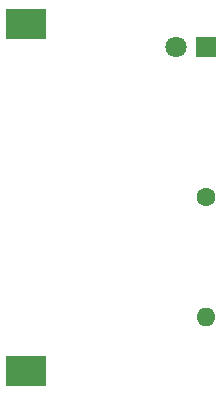
<source format=gbr>
%TF.GenerationSoftware,KiCad,Pcbnew,6.0.4-6f826c9f35~116~ubuntu20.04.1*%
%TF.CreationDate,2022-06-01T18:14:12+02:00*%
%TF.ProjectId,CursoKicad_CircularFab2022_1,43757273-6f4b-4696-9361-645f43697263,rev?*%
%TF.SameCoordinates,Original*%
%TF.FileFunction,Soldermask,Bot*%
%TF.FilePolarity,Negative*%
%FSLAX46Y46*%
G04 Gerber Fmt 4.6, Leading zero omitted, Abs format (unit mm)*
G04 Created by KiCad (PCBNEW 6.0.4-6f826c9f35~116~ubuntu20.04.1) date 2022-06-01 18:14:12*
%MOMM*%
%LPD*%
G01*
G04 APERTURE LIST*
%ADD10C,1.600000*%
%ADD11O,1.600000X1.600000*%
%ADD12R,1.800000X1.800000*%
%ADD13C,1.800000*%
%ADD14R,3.510000X2.540000*%
G04 APERTURE END LIST*
D10*
%TO.C,R1*%
X161290000Y-87630000D03*
D11*
X161290000Y-97790000D03*
%TD*%
D12*
%TO.C,D1*%
X161290000Y-74930000D03*
D13*
X158750000Y-74930000D03*
%TD*%
D14*
%TO.C,BT1*%
X146050000Y-72950000D03*
X146050000Y-102310000D03*
%TD*%
M02*

</source>
